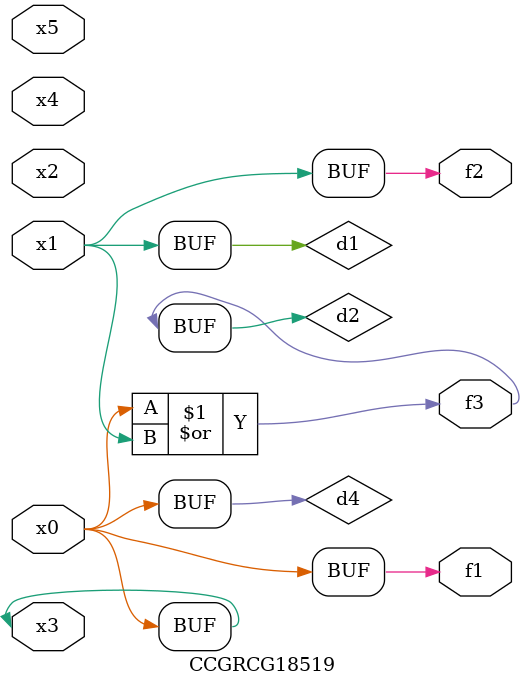
<source format=v>
module CCGRCG18519(
	input x0, x1, x2, x3, x4, x5,
	output f1, f2, f3
);

	wire d1, d2, d3, d4;

	and (d1, x1);
	or (d2, x0, x1);
	nand (d3, x0, x5);
	buf (d4, x0, x3);
	assign f1 = d4;
	assign f2 = d1;
	assign f3 = d2;
endmodule

</source>
